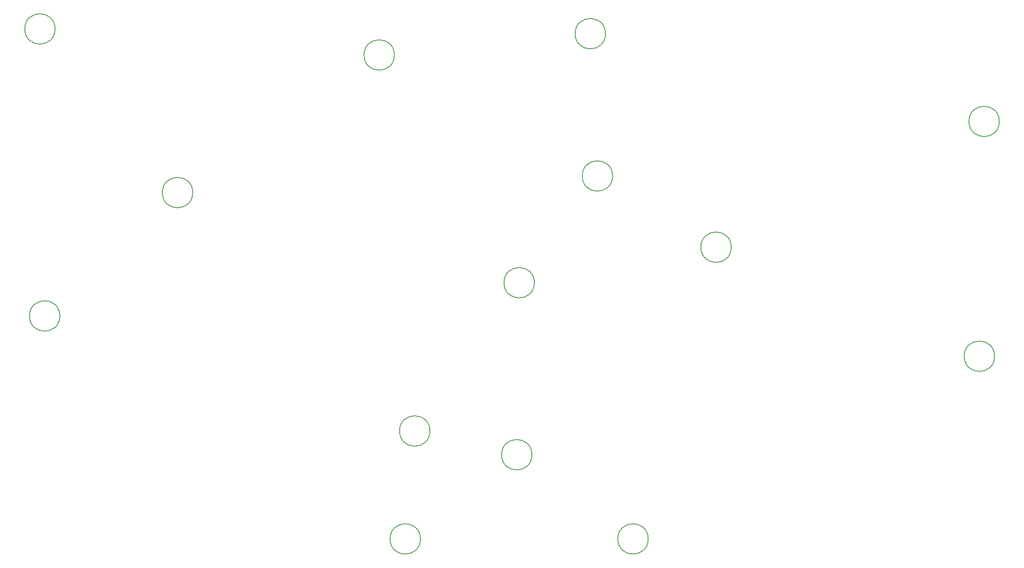
<source format=gbr>
G04 #@! TF.GenerationSoftware,KiCad,Pcbnew,8.0.4*
G04 #@! TF.CreationDate,2024-07-30T01:48:29-07:00*
G04 #@! TF.ProjectId,leverless_controller_3board,6c657665-726c-4657-9373-5f636f6e7472,rev?*
G04 #@! TF.SameCoordinates,Original*
G04 #@! TF.FileFunction,Other,Comment*
%FSLAX46Y46*%
G04 Gerber Fmt 4.6, Leading zero omitted, Abs format (unit mm)*
G04 Created by KiCad (PCBNEW 8.0.4) date 2024-07-30 01:48:29*
%MOMM*%
%LPD*%
G01*
G04 APERTURE LIST*
%ADD10C,0.150000*%
G04 APERTURE END LIST*
D10*
G04 #@! TO.C,H12*
X169700000Y-60500000D02*
G75*
G02*
X163300000Y-60500000I-3200000J0D01*
G01*
X163300000Y-60500000D02*
G75*
G02*
X169700000Y-60500000I3200000J0D01*
G01*
G04 #@! TO.C,H11*
X250200000Y-98500000D02*
G75*
G02*
X243800000Y-98500000I-3200000J0D01*
G01*
X243800000Y-98500000D02*
G75*
G02*
X250200000Y-98500000I3200000J0D01*
G01*
G04 #@! TO.C,H6*
X153200000Y-83000000D02*
G75*
G02*
X146800000Y-83000000I-3200000J0D01*
G01*
X146800000Y-83000000D02*
G75*
G02*
X153200000Y-83000000I3200000J0D01*
G01*
G04 #@! TO.C,H4*
X131200000Y-114250000D02*
G75*
G02*
X124800000Y-114250000I-3200000J0D01*
G01*
X124800000Y-114250000D02*
G75*
G02*
X131200000Y-114250000I3200000J0D01*
G01*
G04 #@! TO.C,H1*
X52200000Y-29500000D02*
G75*
G02*
X45800000Y-29500000I-3200000J0D01*
G01*
X45800000Y-29500000D02*
G75*
G02*
X52200000Y-29500000I3200000J0D01*
G01*
G04 #@! TO.C,H9*
X168200000Y-30500000D02*
G75*
G02*
X161800000Y-30500000I-3200000J0D01*
G01*
X161800000Y-30500000D02*
G75*
G02*
X168200000Y-30500000I3200000J0D01*
G01*
G04 #@! TO.C,H2*
X53200000Y-90000000D02*
G75*
G02*
X46800000Y-90000000I-3200000J0D01*
G01*
X46800000Y-90000000D02*
G75*
G02*
X53200000Y-90000000I3200000J0D01*
G01*
G04 #@! TO.C,H13*
X177200000Y-137000000D02*
G75*
G02*
X170800000Y-137000000I-3200000J0D01*
G01*
X170800000Y-137000000D02*
G75*
G02*
X177200000Y-137000000I3200000J0D01*
G01*
G04 #@! TO.C,H3*
X123700000Y-35000000D02*
G75*
G02*
X117300000Y-35000000I-3200000J0D01*
G01*
X117300000Y-35000000D02*
G75*
G02*
X123700000Y-35000000I3200000J0D01*
G01*
G04 #@! TO.C,H8*
X194700000Y-75500000D02*
G75*
G02*
X188300000Y-75500000I-3200000J0D01*
G01*
X188300000Y-75500000D02*
G75*
G02*
X194700000Y-75500000I3200000J0D01*
G01*
G04 #@! TO.C,H14*
X129200000Y-137000000D02*
G75*
G02*
X122800000Y-137000000I-3200000J0D01*
G01*
X122800000Y-137000000D02*
G75*
G02*
X129200000Y-137000000I3200000J0D01*
G01*
G04 #@! TO.C,H10*
X251200000Y-49000000D02*
G75*
G02*
X244800000Y-49000000I-3200000J0D01*
G01*
X244800000Y-49000000D02*
G75*
G02*
X251200000Y-49000000I3200000J0D01*
G01*
G04 #@! TO.C,H5*
X81200000Y-64000000D02*
G75*
G02*
X74800000Y-64000000I-3200000J0D01*
G01*
X74800000Y-64000000D02*
G75*
G02*
X81200000Y-64000000I3200000J0D01*
G01*
G04 #@! TO.C,H7*
X152700000Y-119250000D02*
G75*
G02*
X146300000Y-119250000I-3200000J0D01*
G01*
X146300000Y-119250000D02*
G75*
G02*
X152700000Y-119250000I3200000J0D01*
G01*
G04 #@! TD*
M02*

</source>
